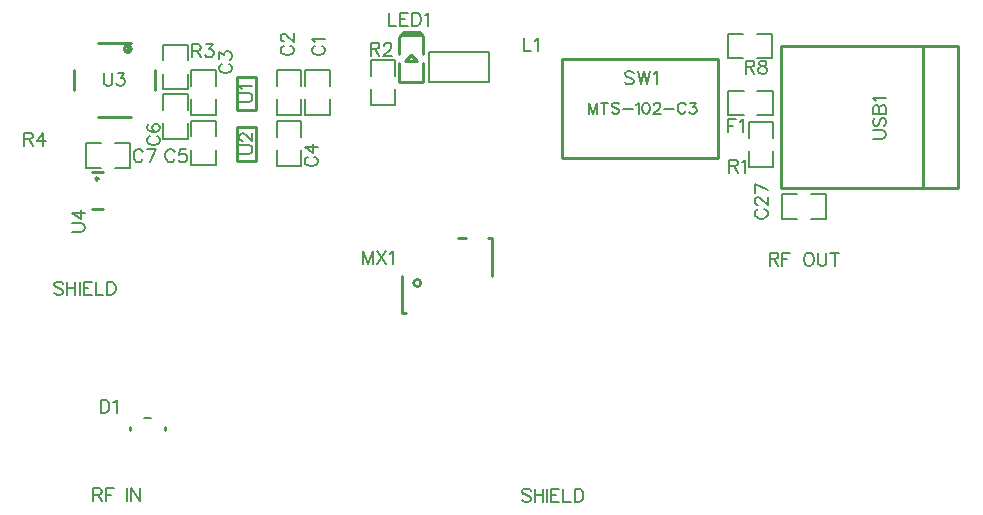
<source format=gto>
G04 Layer: TopSilkLayer*
G04 EasyEDA v6.4.7, 2020-09-29T11:03:38+03:00*
G04 9486de1159244eee9c784153b90ba1e7,e225996ff9fb4a0db64c6d6541834e49,10*
G04 Gerber Generator version 0.2*
G04 Scale: 100 percent, Rotated: No, Reflected: No *
G04 Dimensions in millimeters *
G04 leading zeros omitted , absolute positions ,3 integer and 3 decimal *
%FSLAX33Y33*%
%MOMM*%
G90*
D02*

%ADD10C,0.254000*%
%ADD39C,0.199898*%
%ADD40C,0.203200*%
%ADD41C,0.202999*%
%ADD42C,0.200000*%
%ADD43C,0.151994*%
%ADD44C,0.180000*%
%ADD45C,0.152400*%
%ADD46C,0.177800*%

%LPD*%
G54D10*
G01X72608Y42503D02*
G01X66608Y42503D01*
G01X66608Y30503D01*
G01X72608Y30503D01*
G01X72608Y42503D02*
G01X81608Y42503D01*
G01X81608Y42503D02*
G01X81608Y30503D01*
G01X72608Y30503D02*
G01X81608Y30503D01*
G01X78608Y42503D02*
G01X78608Y30503D01*
G54D39*
G01X64562Y41509D02*
G01X65883Y41509D01*
G01X65883Y43580D01*
G01X64562Y43580D01*
G01X63430Y41509D02*
G01X62110Y41509D01*
G01X62110Y43580D01*
G01X63430Y43580D01*
G01X63453Y38770D02*
G01X62133Y38770D01*
G01X62133Y36700D01*
G01X63453Y36700D01*
G01X64585Y38770D02*
G01X65905Y38770D01*
G01X65905Y36700D01*
G01X64585Y36700D01*
G01X65931Y34773D02*
G01X65931Y36093D01*
G01X63861Y36093D01*
G01X63861Y34773D01*
G01X65931Y33641D02*
G01X65931Y32321D01*
G01X63861Y32321D01*
G01X63861Y33641D01*
G01X69134Y27920D02*
G01X70455Y27920D01*
G01X70455Y29991D01*
G01X69134Y29991D01*
G01X68002Y27920D02*
G01X66682Y27920D01*
G01X66682Y29991D01*
G01X68002Y29991D01*
G54D10*
G01X61312Y33025D02*
G01X48104Y33025D01*
G01X48104Y41450D01*
G01X61312Y41450D01*
G01X61312Y33025D01*
G01X34288Y41086D02*
G01X34288Y39537D01*
G01X36320Y39537D01*
G01X36320Y41086D01*
G01X34263Y41874D02*
G01X34263Y43347D01*
G01X34669Y43753D01*
G01X35939Y43753D01*
G01X36320Y43372D01*
G01X36320Y41848D01*
G01X34804Y41312D02*
G01X35805Y41312D01*
G01X35805Y41312D01*
G01X35304Y41813D01*
G01X35304Y41813D01*
G01X34804Y41312D01*
G01X34504Y43512D02*
G01X36104Y43512D01*
G54D40*
G01X36830Y39497D02*
G01X36830Y42037D01*
G01X41910Y42037D01*
G01X41910Y39497D01*
G01X40005Y39497D01*
G54D41*
G01X36830Y39497D02*
G01X40005Y39497D01*
G54D39*
G01X16683Y38053D02*
G01X16683Y36732D01*
G01X18754Y36732D01*
G01X18754Y38053D01*
G01X16683Y39185D02*
G01X16683Y40505D01*
G01X18754Y40505D01*
G01X18754Y39185D01*
G54D10*
G01X20512Y39954D02*
G01X22137Y39954D01*
G01X22137Y37109D02*
G01X20512Y37109D01*
G01X20512Y37998D02*
G01X20512Y39065D01*
G01X22137Y38100D02*
G01X22137Y37998D01*
G01X22137Y39065D02*
G01X22137Y38963D01*
G01X22137Y37211D02*
G01X22137Y37109D01*
G01X22137Y39954D02*
G01X22137Y39852D01*
G01X20512Y39852D02*
G01X20512Y39954D01*
G01X20512Y37109D02*
G01X20512Y37211D01*
G01X22137Y39954D02*
G01X22137Y37109D01*
G01X20512Y37109D02*
G01X20512Y39370D01*
G01X20512Y39954D01*
G54D39*
G01X25992Y39162D02*
G01X25992Y40483D01*
G01X23922Y40483D01*
G01X23922Y39162D01*
G01X25992Y38030D02*
G01X25992Y36710D01*
G01X23922Y36710D01*
G01X23922Y38030D01*
G01X28406Y39162D02*
G01X28406Y40483D01*
G01X26335Y40483D01*
G01X26335Y39162D01*
G01X28406Y38030D02*
G01X28406Y36710D01*
G01X26335Y36710D01*
G01X26335Y38030D01*
G54D42*
G01X13253Y11039D02*
G01X12654Y11039D01*
G54D10*
G01X14413Y10304D02*
G01X14413Y10050D01*
G01X11494Y10304D02*
G01X11494Y10050D01*
G01X34544Y19939D02*
G01X34544Y23114D01*
G01X39293Y26289D02*
G01X39928Y26289D01*
G01X41833Y26289D02*
G01X42164Y26289D01*
G01X42164Y26289D02*
G01X42164Y23114D01*
G01X34874Y19939D02*
G01X34544Y19939D01*
G01X11303Y42189D02*
G01X11303Y42392D01*
G01X13589Y40513D02*
G01X13589Y38862D01*
G01X6731Y40513D02*
G01X6731Y38862D01*
G01X8763Y36576D02*
G01X11557Y36576D01*
G01X8763Y42799D02*
G01X11557Y42799D01*
G54D39*
G01X16391Y37130D02*
G01X16391Y38451D01*
G01X14321Y38451D01*
G01X14321Y37130D01*
G01X16391Y35998D02*
G01X16391Y34678D01*
G01X14321Y34678D01*
G01X14321Y35998D01*
G01X16391Y41321D02*
G01X16391Y42642D01*
G01X14321Y42642D01*
G01X14321Y41321D01*
G01X16391Y40189D02*
G01X16391Y38869D01*
G01X14321Y38869D01*
G01X14321Y40189D01*
G54D10*
G01X20511Y35661D02*
G01X22137Y35661D01*
G01X22137Y32816D02*
G01X20511Y32816D01*
G01X20511Y33705D02*
G01X20511Y34772D01*
G01X22137Y33807D02*
G01X22137Y33705D01*
G01X22137Y34772D02*
G01X22137Y34671D01*
G01X22137Y32918D02*
G01X22137Y32816D01*
G01X22137Y35661D02*
G01X22137Y35560D01*
G01X20511Y35560D02*
G01X20511Y35661D01*
G01X20511Y32816D02*
G01X20511Y32918D01*
G01X22137Y35661D02*
G01X22137Y32816D01*
G01X20511Y32816D02*
G01X20511Y35077D01*
G01X20511Y35661D01*
G54D39*
G01X25992Y34870D02*
G01X25992Y36190D01*
G01X23921Y36190D01*
G01X23921Y34870D01*
G01X25992Y33738D02*
G01X25992Y32418D01*
G01X23921Y32418D01*
G01X23921Y33738D01*
G54D10*
G01X9210Y28736D02*
G01X8310Y28736D01*
G01X9210Y31836D02*
G01X8310Y31836D01*
G54D39*
G01X10206Y32238D02*
G01X11527Y32238D01*
G01X11527Y34309D01*
G01X10206Y34309D01*
G01X9074Y32238D02*
G01X7754Y32238D01*
G01X7754Y34309D01*
G01X9074Y34309D01*
G01X16683Y33760D02*
G01X16683Y32439D01*
G01X18754Y32439D01*
G01X18754Y33760D01*
G01X16683Y34892D02*
G01X16683Y36212D01*
G01X18754Y36212D01*
G01X18754Y34892D01*
G01X33927Y40017D02*
G01X33927Y41338D01*
G01X31857Y41338D01*
G01X31857Y40017D01*
G01X33927Y38885D02*
G01X33927Y37566D01*
G01X31857Y37566D01*
G01X31857Y38885D01*
G54D43*
G01X65659Y25029D02*
G01X65659Y23939D01*
G01X65659Y25029D02*
G01X66126Y25029D01*
G01X66281Y24978D01*
G01X66334Y24925D01*
G01X66385Y24820D01*
G01X66385Y24716D01*
G01X66334Y24612D01*
G01X66281Y24561D01*
G01X66126Y24511D01*
G01X65659Y24511D01*
G01X66022Y24511D02*
G01X66385Y23939D01*
G01X66728Y25029D02*
G01X66728Y23939D01*
G01X66728Y25029D02*
G01X67403Y25029D01*
G01X66728Y24511D02*
G01X67144Y24511D01*
G01X68859Y25029D02*
G01X68755Y24978D01*
G01X68651Y24874D01*
G01X68600Y24770D01*
G01X68546Y24612D01*
G01X68546Y24353D01*
G01X68600Y24198D01*
G01X68651Y24094D01*
G01X68755Y23990D01*
G01X68859Y23939D01*
G01X69067Y23939D01*
G01X69171Y23990D01*
G01X69275Y24094D01*
G01X69326Y24198D01*
G01X69380Y24353D01*
G01X69380Y24612D01*
G01X69326Y24770D01*
G01X69275Y24874D01*
G01X69171Y24978D01*
G01X69067Y25029D01*
G01X68859Y25029D01*
G01X69723Y25029D02*
G01X69723Y24249D01*
G01X69773Y24094D01*
G01X69877Y23990D01*
G01X70032Y23939D01*
G01X70137Y23939D01*
G01X70294Y23990D01*
G01X70396Y24094D01*
G01X70449Y24249D01*
G01X70449Y25029D01*
G01X71155Y25029D02*
G01X71155Y23939D01*
G01X70792Y25029D02*
G01X71518Y25029D01*
G54D44*
G01X45423Y4901D02*
G01X45319Y5002D01*
G01X45164Y5056D01*
G01X44956Y5056D01*
G01X44801Y5002D01*
G01X44697Y4901D01*
G01X44697Y4797D01*
G01X44747Y4692D01*
G01X44801Y4642D01*
G01X44905Y4588D01*
G01X45215Y4484D01*
G01X45319Y4433D01*
G01X45370Y4383D01*
G01X45423Y4278D01*
G01X45423Y4123D01*
G01X45319Y4019D01*
G01X45164Y3966D01*
G01X44956Y3966D01*
G01X44801Y4019D01*
G01X44697Y4123D01*
G01X45763Y5056D02*
G01X45763Y3966D01*
G01X46490Y5056D02*
G01X46490Y3966D01*
G01X45763Y4537D02*
G01X46490Y4537D01*
G01X46833Y5056D02*
G01X46833Y3966D01*
G01X47173Y5056D02*
G01X47173Y3966D01*
G01X47173Y5056D02*
G01X47846Y5056D01*
G01X47173Y4537D02*
G01X47587Y4537D01*
G01X47173Y3966D02*
G01X47846Y3966D01*
G01X48189Y5056D02*
G01X48189Y3966D01*
G01X48189Y3966D02*
G01X48811Y3966D01*
G01X49152Y5056D02*
G01X49152Y3966D01*
G01X49152Y5056D02*
G01X49515Y5056D01*
G01X49670Y5002D01*
G01X49774Y4901D01*
G01X49827Y4797D01*
G01X49878Y4642D01*
G01X49878Y4383D01*
G01X49827Y4225D01*
G01X49774Y4123D01*
G01X49670Y4019D01*
G01X49515Y3966D01*
G01X49152Y3966D01*
G01X5806Y22427D02*
G01X5702Y22528D01*
G01X5547Y22581D01*
G01X5339Y22581D01*
G01X5184Y22528D01*
G01X5080Y22427D01*
G01X5080Y22322D01*
G01X5130Y22218D01*
G01X5184Y22167D01*
G01X5288Y22114D01*
G01X5598Y22010D01*
G01X5702Y21959D01*
G01X5753Y21908D01*
G01X5806Y21804D01*
G01X5806Y21649D01*
G01X5702Y21545D01*
G01X5547Y21492D01*
G01X5339Y21492D01*
G01X5184Y21545D01*
G01X5080Y21649D01*
G01X6146Y22581D02*
G01X6146Y21492D01*
G01X6873Y22581D02*
G01X6873Y21492D01*
G01X6146Y22063D02*
G01X6873Y22063D01*
G01X7216Y22581D02*
G01X7216Y21492D01*
G01X7556Y22581D02*
G01X7556Y21492D01*
G01X7556Y22581D02*
G01X8229Y22581D01*
G01X7556Y22063D02*
G01X7970Y22063D01*
G01X7556Y21492D02*
G01X8229Y21492D01*
G01X8572Y22581D02*
G01X8572Y21492D01*
G01X8572Y21492D02*
G01X9194Y21492D01*
G01X9535Y22581D02*
G01X9535Y21492D01*
G01X9535Y22581D02*
G01X9898Y22581D01*
G01X10053Y22528D01*
G01X10157Y22427D01*
G01X10210Y22322D01*
G01X10261Y22167D01*
G01X10261Y21908D01*
G01X10210Y21751D01*
G01X10157Y21649D01*
G01X10053Y21545D01*
G01X9898Y21492D01*
G01X9535Y21492D01*
G54D43*
G01X8382Y5090D02*
G01X8382Y4000D01*
G01X8382Y5090D02*
G01X8849Y5090D01*
G01X9004Y5039D01*
G01X9057Y4986D01*
G01X9108Y4881D01*
G01X9108Y4777D01*
G01X9057Y4673D01*
G01X9004Y4622D01*
G01X8849Y4572D01*
G01X8382Y4572D01*
G01X8745Y4572D02*
G01X9108Y4000D01*
G01X9451Y5090D02*
G01X9451Y4000D01*
G01X9451Y5090D02*
G01X10126Y5090D01*
G01X9451Y4572D02*
G01X9867Y4572D01*
G01X11269Y5090D02*
G01X11269Y4000D01*
G01X11612Y5090D02*
G01X11612Y4000D01*
G01X11612Y5090D02*
G01X12341Y4000D01*
G01X12341Y5090D02*
G01X12341Y4000D01*
G54D45*
G01X74411Y34671D02*
G01X75191Y34671D01*
G01X75346Y34721D01*
G01X75450Y34825D01*
G01X75501Y34983D01*
G01X75501Y35087D01*
G01X75450Y35242D01*
G01X75346Y35346D01*
G01X75191Y35397D01*
G01X74411Y35397D01*
G01X74566Y36469D02*
G01X74462Y36365D01*
G01X74411Y36207D01*
G01X74411Y36001D01*
G01X74462Y35844D01*
G01X74566Y35740D01*
G01X74670Y35740D01*
G01X74775Y35793D01*
G01X74828Y35844D01*
G01X74879Y35948D01*
G01X74983Y36261D01*
G01X75034Y36365D01*
G01X75087Y36415D01*
G01X75191Y36469D01*
G01X75346Y36469D01*
G01X75450Y36365D01*
G01X75501Y36207D01*
G01X75501Y36001D01*
G01X75450Y35844D01*
G01X75346Y35740D01*
G01X74411Y36812D02*
G01X75501Y36812D01*
G01X74411Y36812D02*
G01X74411Y37279D01*
G01X74462Y37434D01*
G01X74515Y37487D01*
G01X74620Y37538D01*
G01X74724Y37538D01*
G01X74828Y37487D01*
G01X74879Y37434D01*
G01X74930Y37279D01*
G01X74930Y36812D02*
G01X74930Y37279D01*
G01X74983Y37434D01*
G01X75034Y37487D01*
G01X75138Y37538D01*
G01X75295Y37538D01*
G01X75399Y37487D01*
G01X75450Y37434D01*
G01X75501Y37279D01*
G01X75501Y36812D01*
G01X74620Y37881D02*
G01X74566Y37985D01*
G01X74411Y38140D01*
G01X75501Y38140D01*
G01X63627Y41285D02*
G01X63627Y40195D01*
G01X63627Y41285D02*
G01X64094Y41285D01*
G01X64249Y41234D01*
G01X64302Y41181D01*
G01X64353Y41076D01*
G01X64353Y40972D01*
G01X64302Y40868D01*
G01X64249Y40817D01*
G01X64094Y40767D01*
G01X63627Y40767D01*
G01X63990Y40767D02*
G01X64353Y40195D01*
G01X64957Y41285D02*
G01X64800Y41234D01*
G01X64749Y41130D01*
G01X64749Y41026D01*
G01X64800Y40921D01*
G01X64904Y40868D01*
G01X65112Y40817D01*
G01X65267Y40767D01*
G01X65371Y40662D01*
G01X65425Y40558D01*
G01X65425Y40401D01*
G01X65371Y40297D01*
G01X65321Y40246D01*
G01X65163Y40195D01*
G01X64957Y40195D01*
G01X64800Y40246D01*
G01X64749Y40297D01*
G01X64696Y40401D01*
G01X64696Y40558D01*
G01X64749Y40662D01*
G01X64853Y40767D01*
G01X65008Y40817D01*
G01X65217Y40868D01*
G01X65321Y40921D01*
G01X65371Y41026D01*
G01X65371Y41130D01*
G01X65321Y41234D01*
G01X65163Y41285D01*
G01X64957Y41285D01*
G01X62104Y36332D02*
G01X62104Y35240D01*
G01X62104Y36332D02*
G01X62779Y36332D01*
G01X62104Y35812D02*
G01X62518Y35812D01*
G01X63122Y36124D02*
G01X63224Y36175D01*
G01X63381Y36332D01*
G01X63381Y35240D01*
G01X62229Y32903D02*
G01X62229Y31813D01*
G01X62229Y32903D02*
G01X62697Y32903D01*
G01X62852Y32852D01*
G01X62905Y32799D01*
G01X62956Y32694D01*
G01X62956Y32590D01*
G01X62905Y32486D01*
G01X62852Y32435D01*
G01X62697Y32385D01*
G01X62229Y32385D01*
G01X62592Y32385D02*
G01X62956Y31813D01*
G01X63299Y32694D02*
G01X63403Y32748D01*
G01X63560Y32903D01*
G01X63560Y31813D01*
G01X64637Y28719D02*
G01X64533Y28666D01*
G01X64429Y28562D01*
G01X64378Y28460D01*
G01X64378Y28252D01*
G01X64429Y28148D01*
G01X64533Y28044D01*
G01X64637Y27990D01*
G01X64795Y27940D01*
G01X65054Y27940D01*
G01X65209Y27990D01*
G01X65313Y28044D01*
G01X65417Y28148D01*
G01X65468Y28252D01*
G01X65468Y28460D01*
G01X65417Y28562D01*
G01X65313Y28666D01*
G01X65209Y28719D01*
G01X64637Y29113D02*
G01X64587Y29113D01*
G01X64482Y29166D01*
G01X64429Y29217D01*
G01X64378Y29321D01*
G01X64378Y29530D01*
G01X64429Y29634D01*
G01X64482Y29684D01*
G01X64587Y29738D01*
G01X64691Y29738D01*
G01X64795Y29684D01*
G01X64950Y29580D01*
G01X65468Y29062D01*
G01X65468Y29789D01*
G01X64378Y30861D02*
G01X65468Y30340D01*
G01X64378Y30132D02*
G01X64378Y30861D01*
G54D46*
G01X54119Y40241D02*
G01X54015Y40345D01*
G01X53860Y40396D01*
G01X53652Y40396D01*
G01X53497Y40345D01*
G01X53393Y40241D01*
G01X53393Y40137D01*
G01X53444Y40032D01*
G01X53497Y39979D01*
G01X53601Y39928D01*
G01X53911Y39824D01*
G01X54015Y39773D01*
G01X54068Y39720D01*
G01X54119Y39616D01*
G01X54119Y39461D01*
G01X54015Y39357D01*
G01X53860Y39306D01*
G01X53652Y39306D01*
G01X53497Y39357D01*
G01X53393Y39461D01*
G01X54462Y40396D02*
G01X54724Y39306D01*
G01X54983Y40396D02*
G01X54724Y39306D01*
G01X54983Y40396D02*
G01X55242Y39306D01*
G01X55501Y40396D02*
G01X55242Y39306D01*
G01X55844Y40187D02*
G01X55948Y40241D01*
G01X56106Y40396D01*
G01X56106Y39306D01*
G54D40*
G01X50315Y37750D02*
G01X50315Y36795D01*
G01X50315Y37750D02*
G01X50681Y36795D01*
G01X51044Y37750D02*
G01X50681Y36795D01*
G01X51044Y37750D02*
G01X51044Y36795D01*
G01X51661Y37750D02*
G01X51661Y36795D01*
G01X51344Y37750D02*
G01X51979Y37750D01*
G01X52916Y37613D02*
G01X52825Y37705D01*
G01X52690Y37750D01*
G01X52507Y37750D01*
G01X52370Y37705D01*
G01X52279Y37613D01*
G01X52279Y37522D01*
G01X52324Y37433D01*
G01X52370Y37387D01*
G01X52461Y37341D01*
G01X52733Y37250D01*
G01X52825Y37204D01*
G01X52870Y37158D01*
G01X52916Y37067D01*
G01X52916Y36932D01*
G01X52825Y36841D01*
G01X52690Y36795D01*
G01X52507Y36795D01*
G01X52370Y36841D01*
G01X52279Y36932D01*
G01X53216Y37204D02*
G01X54034Y37204D01*
G01X54333Y37567D02*
G01X54425Y37613D01*
G01X54562Y37750D01*
G01X54562Y36795D01*
G01X55134Y37750D02*
G01X54999Y37705D01*
G01X54907Y37567D01*
G01X54862Y37341D01*
G01X54862Y37204D01*
G01X54907Y36978D01*
G01X54999Y36841D01*
G01X55134Y36795D01*
G01X55225Y36795D01*
G01X55362Y36841D01*
G01X55454Y36978D01*
G01X55497Y37204D01*
G01X55497Y37341D01*
G01X55454Y37567D01*
G01X55362Y37705D01*
G01X55225Y37750D01*
G01X55134Y37750D01*
G01X55842Y37522D02*
G01X55842Y37567D01*
G01X55888Y37659D01*
G01X55934Y37705D01*
G01X56025Y37750D01*
G01X56208Y37750D01*
G01X56297Y37705D01*
G01X56343Y37659D01*
G01X56388Y37567D01*
G01X56388Y37476D01*
G01X56343Y37387D01*
G01X56254Y37250D01*
G01X55799Y36795D01*
G01X56434Y36795D01*
G01X56734Y37204D02*
G01X57552Y37204D01*
G01X58535Y37522D02*
G01X58489Y37613D01*
G01X58397Y37705D01*
G01X58306Y37750D01*
G01X58126Y37750D01*
G01X58034Y37705D01*
G01X57943Y37613D01*
G01X57897Y37522D01*
G01X57851Y37387D01*
G01X57851Y37158D01*
G01X57897Y37024D01*
G01X57943Y36932D01*
G01X58034Y36841D01*
G01X58126Y36795D01*
G01X58306Y36795D01*
G01X58397Y36841D01*
G01X58489Y36932D01*
G01X58535Y37024D01*
G01X58926Y37750D02*
G01X59426Y37750D01*
G01X59152Y37387D01*
G01X59289Y37387D01*
G01X59380Y37341D01*
G01X59426Y37296D01*
G01X59472Y37158D01*
G01X59472Y37067D01*
G01X59426Y36932D01*
G01X59335Y36841D01*
G01X59198Y36795D01*
G01X59060Y36795D01*
G01X58926Y36841D01*
G01X58880Y36887D01*
G01X58834Y36978D01*
G54D43*
G01X33401Y45349D02*
G01X33401Y44259D01*
G01X33401Y44259D02*
G01X34023Y44259D01*
G01X34366Y45349D02*
G01X34366Y44259D01*
G01X34366Y45349D02*
G01X35041Y45349D01*
G01X34366Y44831D02*
G01X34782Y44831D01*
G01X34366Y44259D02*
G01X35041Y44259D01*
G01X35384Y45349D02*
G01X35384Y44259D01*
G01X35384Y45349D02*
G01X35750Y45349D01*
G01X35905Y45298D01*
G01X36009Y45194D01*
G01X36060Y45090D01*
G01X36113Y44932D01*
G01X36113Y44673D01*
G01X36060Y44518D01*
G01X36009Y44414D01*
G01X35905Y44310D01*
G01X35750Y44259D01*
G01X35384Y44259D01*
G01X36456Y45140D02*
G01X36560Y45194D01*
G01X36715Y45349D01*
G01X36715Y44259D01*
G01X19298Y41038D02*
G01X19194Y40985D01*
G01X19090Y40881D01*
G01X19039Y40779D01*
G01X19039Y40571D01*
G01X19090Y40467D01*
G01X19194Y40363D01*
G01X19298Y40309D01*
G01X19456Y40259D01*
G01X19715Y40259D01*
G01X19870Y40309D01*
G01X19974Y40363D01*
G01X20078Y40467D01*
G01X20131Y40571D01*
G01X20131Y40779D01*
G01X20078Y40881D01*
G01X19974Y40985D01*
G01X19870Y41038D01*
G01X19039Y41485D02*
G01X19039Y42057D01*
G01X19456Y41744D01*
G01X19456Y41899D01*
G01X19506Y42003D01*
G01X19560Y42057D01*
G01X19715Y42108D01*
G01X19819Y42108D01*
G01X19974Y42057D01*
G01X20078Y41953D01*
G01X20131Y41795D01*
G01X20131Y41640D01*
G01X20078Y41485D01*
G01X20027Y41432D01*
G01X19923Y41381D01*
G54D45*
G01X20756Y37846D02*
G01X21536Y37846D01*
G01X21691Y37896D01*
G01X21795Y38000D01*
G01X21846Y38158D01*
G01X21846Y38262D01*
G01X21795Y38417D01*
G01X21691Y38521D01*
G01X21536Y38572D01*
G01X20756Y38572D01*
G01X20965Y38915D02*
G01X20911Y39019D01*
G01X20756Y39176D01*
G01X21846Y39176D01*
G54D43*
G01X24505Y42562D02*
G01X24401Y42509D01*
G01X24297Y42405D01*
G01X24246Y42303D01*
G01X24246Y42095D01*
G01X24297Y41991D01*
G01X24401Y41887D01*
G01X24505Y41833D01*
G01X24663Y41783D01*
G01X24922Y41783D01*
G01X25077Y41833D01*
G01X25181Y41887D01*
G01X25285Y41991D01*
G01X25336Y42095D01*
G01X25336Y42303D01*
G01X25285Y42405D01*
G01X25181Y42509D01*
G01X25077Y42562D01*
G01X24505Y42956D02*
G01X24455Y42956D01*
G01X24350Y43009D01*
G01X24297Y43060D01*
G01X24246Y43164D01*
G01X24246Y43373D01*
G01X24297Y43477D01*
G01X24350Y43528D01*
G01X24455Y43581D01*
G01X24559Y43581D01*
G01X24663Y43528D01*
G01X24818Y43423D01*
G01X25336Y42905D01*
G01X25336Y43632D01*
G01X27172Y42562D02*
G01X27068Y42509D01*
G01X26964Y42405D01*
G01X26913Y42303D01*
G01X26913Y42095D01*
G01X26964Y41991D01*
G01X27068Y41887D01*
G01X27172Y41833D01*
G01X27330Y41783D01*
G01X27589Y41783D01*
G01X27744Y41833D01*
G01X27848Y41887D01*
G01X27952Y41991D01*
G01X28003Y42095D01*
G01X28003Y42303D01*
G01X27952Y42405D01*
G01X27848Y42509D01*
G01X27744Y42562D01*
G01X27122Y42905D02*
G01X27068Y43009D01*
G01X26913Y43164D01*
G01X28003Y43164D01*
G54D45*
G01X9017Y12583D02*
G01X9017Y11493D01*
G01X9017Y12583D02*
G01X9380Y12583D01*
G01X9537Y12532D01*
G01X9639Y12428D01*
G01X9692Y12324D01*
G01X9743Y12166D01*
G01X9743Y11907D01*
G01X9692Y11752D01*
G01X9639Y11648D01*
G01X9537Y11544D01*
G01X9380Y11493D01*
G01X9017Y11493D01*
G01X10086Y12374D02*
G01X10190Y12428D01*
G01X10347Y12583D01*
G01X10347Y11493D01*
G01X31242Y25156D02*
G01X31242Y24066D01*
G01X31242Y25156D02*
G01X31658Y24066D01*
G01X32072Y25156D02*
G01X31658Y24066D01*
G01X32072Y25156D02*
G01X32072Y24066D01*
G01X32415Y25156D02*
G01X33144Y24066D01*
G01X33144Y25156D02*
G01X32415Y24066D01*
G01X33487Y24947D02*
G01X33591Y25001D01*
G01X33746Y25156D01*
G01X33746Y24066D01*
G01X9270Y40269D02*
G01X9270Y39489D01*
G01X9321Y39334D01*
G01X9425Y39230D01*
G01X9583Y39179D01*
G01X9687Y39179D01*
G01X9842Y39230D01*
G01X9946Y39334D01*
G01X9997Y39489D01*
G01X9997Y40269D01*
G01X10444Y40269D02*
G01X11015Y40269D01*
G01X10706Y39852D01*
G01X10861Y39852D01*
G01X10965Y39801D01*
G01X11015Y39751D01*
G01X11069Y39593D01*
G01X11069Y39489D01*
G01X11015Y39334D01*
G01X10911Y39230D01*
G01X10756Y39179D01*
G01X10601Y39179D01*
G01X10444Y39230D01*
G01X10393Y39281D01*
G01X10340Y39385D01*
G54D43*
G01X13202Y34942D02*
G01X13098Y34889D01*
G01X12994Y34785D01*
G01X12943Y34683D01*
G01X12943Y34475D01*
G01X12994Y34371D01*
G01X13098Y34267D01*
G01X13202Y34213D01*
G01X13360Y34163D01*
G01X13619Y34163D01*
G01X13774Y34213D01*
G01X13878Y34267D01*
G01X13982Y34371D01*
G01X14033Y34475D01*
G01X14033Y34683D01*
G01X13982Y34785D01*
G01X13878Y34889D01*
G01X13774Y34942D01*
G01X13098Y35907D02*
G01X12994Y35857D01*
G01X12943Y35699D01*
G01X12943Y35598D01*
G01X12994Y35440D01*
G01X13152Y35336D01*
G01X13411Y35285D01*
G01X13670Y35285D01*
G01X13878Y35336D01*
G01X13982Y35440D01*
G01X14033Y35598D01*
G01X14033Y35648D01*
G01X13982Y35803D01*
G01X13878Y35907D01*
G01X13723Y35961D01*
G01X13670Y35961D01*
G01X13515Y35907D01*
G01X13411Y35803D01*
G01X13360Y35648D01*
G01X13360Y35598D01*
G01X13411Y35440D01*
G01X13515Y35336D01*
G01X13670Y35285D01*
G01X16763Y42682D02*
G01X16763Y41592D01*
G01X16763Y42682D02*
G01X17231Y42682D01*
G01X17386Y42631D01*
G01X17439Y42578D01*
G01X17490Y42473D01*
G01X17490Y42369D01*
G01X17439Y42265D01*
G01X17386Y42214D01*
G01X17231Y42164D01*
G01X16763Y42164D01*
G01X17127Y42164D02*
G01X17490Y41592D01*
G01X17937Y42682D02*
G01X18508Y42682D01*
G01X18199Y42265D01*
G01X18353Y42265D01*
G01X18458Y42214D01*
G01X18508Y42164D01*
G01X18562Y42006D01*
G01X18562Y41902D01*
G01X18508Y41747D01*
G01X18404Y41643D01*
G01X18249Y41592D01*
G01X18094Y41592D01*
G01X17937Y41643D01*
G01X17886Y41694D01*
G01X17833Y41798D01*
G54D45*
G01X20756Y33401D02*
G01X21536Y33401D01*
G01X21691Y33451D01*
G01X21795Y33555D01*
G01X21846Y33713D01*
G01X21846Y33817D01*
G01X21795Y33972D01*
G01X21691Y34076D01*
G01X21536Y34127D01*
G01X20756Y34127D01*
G01X21015Y34523D02*
G01X20965Y34523D01*
G01X20860Y34574D01*
G01X20807Y34627D01*
G01X20756Y34731D01*
G01X20756Y34937D01*
G01X20807Y35041D01*
G01X20860Y35095D01*
G01X20965Y35145D01*
G01X21069Y35145D01*
G01X21173Y35095D01*
G01X21328Y34991D01*
G01X21846Y34470D01*
G01X21846Y35199D01*
G54D43*
G01X26537Y33163D02*
G01X26433Y33112D01*
G01X26329Y33008D01*
G01X26278Y32904D01*
G01X26278Y32695D01*
G01X26329Y32591D01*
G01X26433Y32490D01*
G01X26537Y32436D01*
G01X26695Y32385D01*
G01X26954Y32385D01*
G01X27109Y32436D01*
G01X27213Y32490D01*
G01X27317Y32591D01*
G01X27368Y32695D01*
G01X27368Y32904D01*
G01X27317Y33008D01*
G01X27213Y33112D01*
G01X27109Y33163D01*
G01X26278Y34026D02*
G01X27005Y33506D01*
G01X27005Y34285D01*
G01X26278Y34026D02*
G01X27368Y34026D01*
G54D45*
G01X6593Y26797D02*
G01X7373Y26797D01*
G01X7528Y26847D01*
G01X7632Y26951D01*
G01X7683Y27109D01*
G01X7683Y27213D01*
G01X7632Y27368D01*
G01X7528Y27472D01*
G01X7373Y27523D01*
G01X6593Y27523D01*
G01X6593Y28387D02*
G01X7320Y27866D01*
G01X7320Y28646D01*
G01X6593Y28387D02*
G01X7683Y28387D01*
G54D43*
G01X12590Y33533D02*
G01X12537Y33637D01*
G01X12433Y33741D01*
G01X12331Y33792D01*
G01X12123Y33792D01*
G01X12019Y33741D01*
G01X11915Y33637D01*
G01X11861Y33533D01*
G01X11811Y33375D01*
G01X11811Y33116D01*
G01X11861Y32961D01*
G01X11915Y32857D01*
G01X12019Y32753D01*
G01X12123Y32702D01*
G01X12331Y32702D01*
G01X12433Y32753D01*
G01X12537Y32857D01*
G01X12590Y32961D01*
G01X13660Y33792D02*
G01X13141Y32702D01*
G01X12933Y33792D02*
G01X13660Y33792D01*
G01X15257Y33533D02*
G01X15204Y33637D01*
G01X15100Y33741D01*
G01X14998Y33792D01*
G01X14790Y33792D01*
G01X14686Y33741D01*
G01X14582Y33637D01*
G01X14528Y33533D01*
G01X14478Y33375D01*
G01X14478Y33116D01*
G01X14528Y32961D01*
G01X14582Y32857D01*
G01X14686Y32753D01*
G01X14790Y32702D01*
G01X14998Y32702D01*
G01X15100Y32753D01*
G01X15204Y32857D01*
G01X15257Y32961D01*
G01X16222Y33792D02*
G01X15704Y33792D01*
G01X15651Y33324D01*
G01X15704Y33375D01*
G01X15859Y33428D01*
G01X16014Y33428D01*
G01X16172Y33375D01*
G01X16276Y33274D01*
G01X16327Y33116D01*
G01X16327Y33012D01*
G01X16276Y32857D01*
G01X16172Y32753D01*
G01X16014Y32702D01*
G01X15859Y32702D01*
G01X15704Y32753D01*
G01X15651Y32804D01*
G01X15600Y32908D01*
G01X31877Y42809D02*
G01X31877Y41719D01*
G01X31877Y42809D02*
G01X32344Y42809D01*
G01X32499Y42758D01*
G01X32552Y42705D01*
G01X32603Y42600D01*
G01X32603Y42496D01*
G01X32552Y42392D01*
G01X32499Y42341D01*
G01X32344Y42291D01*
G01X31877Y42291D01*
G01X32240Y42291D02*
G01X32603Y41719D01*
G01X32999Y42550D02*
G01X32999Y42600D01*
G01X33050Y42705D01*
G01X33103Y42758D01*
G01X33207Y42809D01*
G01X33413Y42809D01*
G01X33517Y42758D01*
G01X33571Y42705D01*
G01X33621Y42600D01*
G01X33621Y42496D01*
G01X33571Y42392D01*
G01X33467Y42237D01*
G01X32946Y41719D01*
G01X33675Y41719D01*
G54D45*
G01X2540Y35189D02*
G01X2540Y34099D01*
G01X2540Y35189D02*
G01X3007Y35189D01*
G01X3162Y35138D01*
G01X3215Y35085D01*
G01X3266Y34980D01*
G01X3266Y34876D01*
G01X3215Y34772D01*
G01X3162Y34721D01*
G01X3007Y34671D01*
G01X2540Y34671D01*
G01X2903Y34671D02*
G01X3266Y34099D01*
G01X4130Y35189D02*
G01X3609Y34462D01*
G01X4389Y34462D01*
G01X4130Y35189D02*
G01X4130Y34099D01*
G01X44831Y43190D02*
G01X44831Y42100D01*
G01X44831Y42100D02*
G01X45453Y42100D01*
G01X45796Y42981D02*
G01X45900Y43035D01*
G01X46057Y43190D01*
G01X46057Y42100D01*
G54D10*
G75*
G01X36119Y22479D02*
G03X36119Y22479I-305J0D01*
G01*
G75*
G01X11608Y42291D02*
G03X11608Y42291I-305J0D01*
G01*
G75*
G01X11557Y42291D02*
G03X11557Y42291I-254J0D01*
G01*
G75*
G01X11557Y42291D02*
G03X11557Y42291I-254J0D01*
G01*
G75*
G01X8829Y31303D02*
G03X8829Y31303I-127J0D01*
G01*
M00*
M02*

</source>
